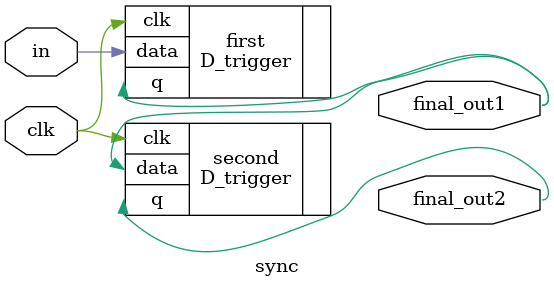
<source format=v>
`timescale 1ns / 1ps

module sync(input clk,
            input in,
            output final_out1,
            output final_out2);


D_trigger first(.clk(clk), .data(in), .q(final_out1));
D_trigger second(.clk(clk), .data(final_out1), .q(final_out2));

endmodule

</source>
